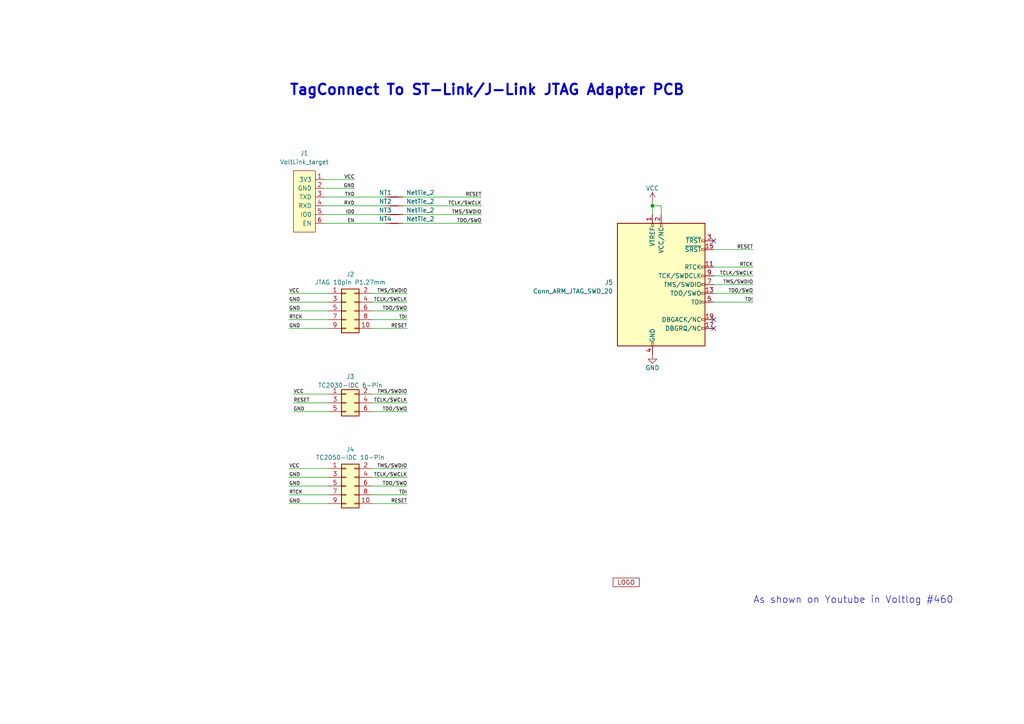
<source format=kicad_sch>
(kicad_sch (version 20230121) (generator eeschema)
  (paper "A4")
  (title_block (title "VoltLog TagConnect Adapter") (date "2023-10-24") (rev "revA - First Edition") (company "Voltlog") (comment 1 "License GPLv3"))
  (lib_symbols
    (symbol "Connector:Conn_ARM_JTAG_SWD_20" (pin_names (offset 1.016))
      (property "Reference" "J" (at -5.08 21.59 0))
      (property "Value" "Conn_ARM_JTAG_SWD_20" (at -5.08 19.05 0))
      (symbol "Conn_ARM_JTAG_SWD_20_0_1"
        (rectangle (start -12.7 17.78) (end 12.7 -17.78) (stroke (width 0.254)) (fill (type background)))
        (rectangle (start -2.794 -17.78) (end -2.286 -16.764))
        (rectangle (start -2.794 17.78) (end -2.286 16.764))
        (rectangle (start -0.254 17.78) (end 0.254 16.764))
        (rectangle (start 11.684 2.286) (end 12.7 2.794))
        (rectangle (start 12.7 -12.446) (end 11.684 -12.954))
        (rectangle (start 12.7 -9.906) (end 11.684 -10.414))
        (rectangle (start 12.7 -2.794) (end 11.684 -2.286))
        (rectangle (start 12.7 -0.254) (end 11.684 0.254))
        (rectangle (start 12.7 4.826) (end 11.684 5.334))
        (rectangle (start 12.7 10.414) (end 11.684 9.906))
        (rectangle (start 12.7 12.954) (end 11.684 12.446))
      )
      (symbol "Conn_ARM_JTAG_SWD_20_1_1"
        (rectangle (start 11.684 -5.334) (end 12.7 -4.826))
        (pin power_in line (at -2.54 20.32 270) (length 2.54) (name "VTREF") (number "1"))
        (pin passive line (at -2.54 -20.32 90) (length 2.54) hide (name "GND") (number "10"))
        (pin input line (at 15.24 5.08 180) (length 2.54) (name "RTCK") (number "11"))
        (pin passive line (at -2.54 -20.32 90) (length 2.54) hide (name "GND") (number "12"))
        (pin input line (at 15.24 -2.54 180) (length 2.54) (name "TDO/SWO") (number "13"))
        (pin passive line (at -2.54 -20.32 90) (length 2.54) hide (name "GND") (number "14"))
        (pin bidirectional line (at 15.24 10.16 180) (length 2.54) (name "~{SRST}") (number "15"))
        (pin passive line (at -2.54 -20.32 90) (length 2.54) hide (name "GND") (number "16"))
        (pin output line (at 15.24 -12.7 180) (length 2.54) (name "DBGRQ/NC") (number "17"))
        (pin passive line (at -2.54 -20.32 90) (length 2.54) hide (name "GND") (number "18"))
        (pin input line (at 15.24 -10.16 180) (length 2.54) (name "DBGACK/NC") (number "19"))
        (pin power_in line (at 0 20.32 270) (length 2.54) (name "VCC/NC") (number "2"))
        (pin passive line (at -2.54 -20.32 90) (length 2.54) hide (name "GND") (number "20"))
        (pin output line (at 15.24 12.7 180) (length 2.54) (name "~{TRST}") (number "3"))
        (pin power_in line (at -2.54 -20.32 90) (length 2.54) (name "GND") (number "4"))
        (pin output line (at 15.24 -5.08 180) (length 2.54) (name "TDI") (number "5"))
        (pin passive line (at -2.54 -20.32 90) (length 2.54) hide (name "GND") (number "6"))
        (pin output line (at 15.24 0 180) (length 2.54) (name "TMS/SWDIO") (number "7"))
        (pin passive line (at -2.54 -20.32 90) (length 2.54) hide (name "GND") (number "8"))
        (pin output line (at 15.24 2.54 180) (length 2.54) (name "TCK/SWDCLK") (number "9"))
      )
    )
    (symbol "Connector_Generic:Conn_02x03_Odd_Even" (pin_names (offset 1.016) hide)
      (property "Reference" "J" (at 1.27 5.08 0))
      (property "Value" "Conn_02x03_Odd_Even" (at 1.27 -5.08 0))
      (symbol "Conn_02x03_Odd_Even_1_1"
        (rectangle (start -1.27 -2.413) (end 0 -2.667) (stroke (width 0.1524)))
        (rectangle (start -1.27 0.127) (end 0 -0.127) (stroke (width 0.1524)))
        (rectangle (start -1.27 2.667) (end 0 2.413) (stroke (width 0.1524)))
        (rectangle (start -1.27 3.81) (end 3.81 -3.81) (stroke (width 0.254)) (fill (type background)))
        (rectangle (start 3.81 -2.413) (end 2.54 -2.667) (stroke (width 0.1524)))
        (rectangle (start 3.81 0.127) (end 2.54 -0.127) (stroke (width 0.1524)))
        (rectangle (start 3.81 2.667) (end 2.54 2.413) (stroke (width 0.1524)))
        (pin passive line (at -5.08 2.54 0) (length 3.81) (name "Pin_1") (number "1"))
        (pin passive line (at 7.62 2.54 180) (length 3.81) (name "Pin_2") (number "2"))
        (pin passive line (at -5.08 0 0) (length 3.81) (name "Pin_3") (number "3"))
        (pin passive line (at 7.62 0 180) (length 3.81) (name "Pin_4") (number "4"))
        (pin passive line (at -5.08 -2.54 0) (length 3.81) (name "Pin_5") (number "5"))
        (pin passive line (at 7.62 -2.54 180) (length 3.81) (name "Pin_6") (number "6"))
      )
    )
    (symbol "Connector_Generic:Conn_02x05_Odd_Even" (pin_names (offset 1.016) hide)
      (property "Reference" "J" (at 1.27 7.62 0))
      (property "Value" "Conn_02x05_Odd_Even" (at 1.27 -7.62 0))
      (symbol "Conn_02x05_Odd_Even_1_1"
        (rectangle (start -1.27 -4.953) (end 0 -5.207) (stroke (width 0.1524)))
        (rectangle (start -1.27 -2.413) (end 0 -2.667) (stroke (width 0.1524)))
        (rectangle (start -1.27 0.127) (end 0 -0.127) (stroke (width 0.1524)))
        (rectangle (start -1.27 2.667) (end 0 2.413) (stroke (width 0.1524)))
        (rectangle (start -1.27 5.207) (end 0 4.953) (stroke (width 0.1524)))
        (rectangle (start -1.27 6.35) (end 3.81 -6.35) (stroke (width 0.254)) (fill (type background)))
        (rectangle (start 3.81 -4.953) (end 2.54 -5.207) (stroke (width 0.1524)))
        (rectangle (start 3.81 -2.413) (end 2.54 -2.667) (stroke (width 0.1524)))
        (rectangle (start 3.81 0.127) (end 2.54 -0.127) (stroke (width 0.1524)))
        (rectangle (start 3.81 2.667) (end 2.54 2.413) (stroke (width 0.1524)))
        (rectangle (start 3.81 5.207) (end 2.54 4.953) (stroke (width 0.1524)))
        (pin passive line (at -5.08 5.08 0) (length 3.81) (name "Pin_1") (number "1"))
        (pin passive line (at 7.62 -5.08 180) (length 3.81) (name "Pin_10") (number "10"))
        (pin passive line (at 7.62 5.08 180) (length 3.81) (name "Pin_2") (number "2"))
        (pin passive line (at -5.08 2.54 0) (length 3.81) (name "Pin_3") (number "3"))
        (pin passive line (at 7.62 2.54 180) (length 3.81) (name "Pin_4") (number "4"))
        (pin passive line (at -5.08 0 0) (length 3.81) (name "Pin_5") (number "5"))
        (pin passive line (at 7.62 0 180) (length 3.81) (name "Pin_6") (number "6"))
        (pin passive line (at -5.08 -2.54 0) (length 3.81) (name "Pin_7") (number "7"))
        (pin passive line (at 7.62 -2.54 180) (length 3.81) (name "Pin_8") (number "8"))
        (pin passive line (at -5.08 -5.08 0) (length 3.81) (name "Pin_9") (number "9"))
      )
    )
    (symbol "Device:NetTie_2" (pin_numbers hide) (pin_names (offset 0) hide) (in_bom no)
      (property "Reference" "NT" (at 0 1.27 0))
      (property "Value" "NetTie_2" (at 0 -1.27 0))
      (symbol "NetTie_2_0_1"
        (polyline (pts (xy -1.27 0) (xy 1.27 0)) (stroke (width 0.254)))
      )
      (symbol "NetTie_2_1_1"
        (pin passive line (at -2.54 0 0) (length 2.54) (name "1") (number "1"))
        (pin passive line (at 2.54 0 180) (length 2.54) (name "2") (number "2"))
      )
    )
    (symbol "Voltlog:VOLTLOG_LOGO" (pin_numbers hide) (pin_names (offset 0) hide) (in_bom no)
      (symbol "VOLTLOG_LOGO_0_0"
        (text "LOGO" (at 0 0 0) (effects (font (size 1.27 1.27))))
      )
      (symbol "VOLTLOG_LOGO_0_1"
        (rectangle (start -3.81 1.27) (end 3.81 -1.27))
      )
    )
    (symbol "Voltlog:VoltLink_target" (pin_names (offset 1.016))
      (property "Reference" "J" (at 0 10.16 0))
      (property "Value" "VoltLink_target" (at 0 -10.16 0))
      (symbol "VoltLink_target_0_1"
        (rectangle (start 2.54 -8.89) (end -3.81 8.89) (fill (type background)))
      )
      (symbol "VoltLink_target_1_1"
        (pin power_in line (at -6.35 6.35 0) (length 2.54) (name "3V3") (number "1"))
        (pin power_in line (at -6.35 3.81 0) (length 2.54) (name "GND") (number "2"))
        (pin bidirectional line (at -6.35 1.27 0) (length 2.54) (name "TXD") (number "3"))
        (pin bidirectional line (at -6.35 -1.27 0) (length 2.54) (name "RXD") (number "4"))
        (pin bidirectional line (at -6.35 -3.81 0) (length 2.54) (name "IO0") (number "5"))
        (pin bidirectional line (at -6.35 -6.35 0) (length 2.54) (name "EN") (number "6"))
      )
    )
    (symbol "power:GND" (power) (pin_names (offset 0))
      (property "Value" "GND" (at 0 -3.81 0))
      (symbol "GND_0_1"
        (polyline (pts (xy 0 0) (xy 0 -1.27) (xy 1.27 -1.27) (xy 0 -2.54) (xy -1.27 -1.27) (xy 0 -1.27)))
      )
      (symbol "GND_1_1"
        (pin power_in line (at 0 0 270) (length 0) hide (name "GND") (number "1"))
      )
    )
    (symbol "power:VCC" (power) (pin_names (offset 0))
      (property "Value" "VCC" (at 0 3.81 0))
      (symbol "VCC_0_1"
        (polyline (pts (xy -0.762 1.27) (xy 0 2.54)))
        (polyline (pts (xy 0 0) (xy 0 2.54)))
        (polyline (pts (xy 0 2.54) (xy 0.762 1.27)))
      )
      (symbol "VCC_1_1"
        (pin power_in line (at 0 0 90) (length 0) hide (name "VCC") (number "1"))
      )
    )
  )
  (junction (at 189.23 59.69))
  (no_connect (at 207.01 69.85))
  (no_connect (at 207.01 92.71))
  (no_connect (at 207.01 95.25))
  (wire (pts (xy 189.23 59.69) (xy 189.23 62.23)))
  (wire (pts (xy 116.84 62.23) (xy 139.7 62.23)))
  (wire (pts (xy 189.23 58.42) (xy 189.23 59.69)))
  (wire (pts (xy 118.11 138.43) (xy 107.95 138.43)))
  (wire (pts (xy 83.82 140.97) (xy 95.25 140.97)))
  (wire (pts (xy 83.82 92.71) (xy 95.25 92.71)))
  (wire (pts (xy 118.11 87.63) (xy 107.95 87.63)))
  (wire (pts (xy 116.84 64.77) (xy 139.7 64.77)))
  (wire (pts (xy 83.82 138.43) (xy 95.25 138.43)))
  (wire (pts (xy 207.01 72.39) (xy 218.44 72.39)))
  (wire (pts (xy 118.11 95.25) (xy 107.95 95.25)))
  (wire (pts (xy 116.84 59.69) (xy 139.7 59.69)))
  (wire (pts (xy 93.98 62.23) (xy 111.76 62.23)))
  (wire (pts (xy 118.11 90.17) (xy 107.95 90.17)))
  (wire (pts (xy 85.09 119.38) (xy 95.25 119.38)))
  (wire (pts (xy 83.82 85.09) (xy 95.25 85.09)))
  (wire (pts (xy 85.09 116.84) (xy 95.25 116.84)))
  (wire (pts (xy 107.95 116.84) (xy 118.11 116.84)))
  (wire (pts (xy 207.01 85.09) (xy 218.44 85.09)))
  (wire (pts (xy 116.84 57.15) (xy 139.7 57.15)))
  (wire (pts (xy 107.95 114.3) (xy 118.11 114.3)))
  (wire (pts (xy 93.98 54.61) (xy 102.87 54.61)))
  (wire (pts (xy 83.82 95.25) (xy 95.25 95.25)))
  (wire (pts (xy 207.01 77.47) (xy 218.44 77.47)))
  (wire (pts (xy 191.77 62.23) (xy 191.77 59.69)))
  (wire (pts (xy 118.11 85.09) (xy 107.95 85.09)))
  (wire (pts (xy 93.98 52.07) (xy 102.87 52.07)))
  (wire (pts (xy 191.77 59.69) (xy 189.23 59.69)))
  (wire (pts (xy 107.95 119.38) (xy 118.11 119.38)))
  (wire (pts (xy 83.82 143.51) (xy 95.25 143.51)))
  (wire (pts (xy 93.98 59.69) (xy 111.76 59.69)))
  (wire (pts (xy 118.11 140.97) (xy 107.95 140.97)))
  (wire (pts (xy 83.82 87.63) (xy 95.25 87.63)))
  (wire (pts (xy 93.98 64.77) (xy 111.76 64.77)))
  (wire (pts (xy 207.01 80.01) (xy 218.44 80.01)))
  (wire (pts (xy 118.11 146.05) (xy 107.95 146.05)))
  (wire (pts (xy 93.98 57.15) (xy 111.76 57.15)))
  (wire (pts (xy 83.82 90.17) (xy 95.25 90.17)))
  (wire (pts (xy 207.01 87.63) (xy 218.44 87.63)))
  (wire (pts (xy 118.11 92.71) (xy 107.95 92.71)))
  (wire (pts (xy 118.11 143.51) (xy 107.95 143.51)))
  (wire (pts (xy 118.11 135.89) (xy 107.95 135.89)))
  (wire (pts (xy 83.82 146.05) (xy 95.25 146.05)))
  (wire (pts (xy 83.82 135.89) (xy 95.25 135.89)))
  (wire (pts (xy 85.09 114.3) (xy 95.25 114.3)))
  (wire (pts (xy 207.01 82.55) (xy 218.44 82.55)))
  (text "As shown on Youtube in Voltlog #460" (at 218.44 175.26 0) (effects (font (size 2 2)) (justify left bottom)))
  (text "TagConnect To ST-Link/J-Link JTAG Adapter PCB" (at 83.82 27.94 0) (effects (font (size 3 3) (thickness 0.6) bold) (justify left bottom)))
  (label "GND" (at 83.82 146.05 0) (effects (font (size 1 1))))
  (label "TDO{slash}SWO" (at 118.11 90.17 180) (effects (font (size 1 1))))
  (label "TDO{slash}SWO" (at 218.44 85.09 180) (effects (font (size 1 1))))
  (label "TMS{slash}SWDIO" (at 218.44 82.55 180) (effects (font (size 1 1))))
  (label "VCC" (at 102.87 52.07 180) (effects (font (size 1 1))))
  (label "TCLK{slash}SWCLK" (at 118.11 138.43 180) (effects (font (size 1 1))))
  (label "RESET" (at 139.7 57.15 180) (effects (font (size 1 1))))
  (label "VCC" (at 85.09 114.3 0) (effects (font (size 1 1))))
  (label "TDO{slash}SWO" (at 118.11 140.97 180) (effects (font (size 1 1))))
  (label "VCC" (at 83.82 85.09 0) (effects (font (size 1 1))))
  (label "GND" (at 83.82 95.25 0) (effects (font (size 1 1))))
  (label "TDI" (at 118.11 92.71 180) (effects (font (size 1 1))))
  (label "TCLK{slash}SWCLK" (at 218.44 80.01 180) (effects (font (size 1 1))))
  (label "TCLK{slash}SWCLK" (at 139.7 59.69 180) (effects (font (size 1 1))))
  (label "TMS{slash}SWDIO" (at 139.7 62.23 180) (effects (font (size 1 1))))
  (label "RTCK" (at 83.82 92.71 0) (effects (font (size 1 1))))
  (label "TCLK{slash}SWCLK" (at 118.11 116.84 180) (effects (font (size 1 1))))
  (label "RTCK" (at 83.82 143.51 0) (effects (font (size 1 1))))
  (label "GND" (at 85.09 119.38 0) (effects (font (size 1 1))))
  (label "RESET" (at 118.11 146.05 180) (effects (font (size 1 1))))
  (label "TDI" (at 118.11 143.51 180) (effects (font (size 1 1))))
  (label "RESET" (at 218.44 72.39 180) (effects (font (size 1 1))))
  (label "GND" (at 83.82 90.17 0) (effects (font (size 1 1))))
  (label "GND" (at 83.82 140.97 0) (effects (font (size 1 1))))
  (label "IO0" (at 102.87 62.23 180) (effects (font (size 1 1))))
  (label "GND" (at 83.82 138.43 0) (effects (font (size 1 1))))
  (label "RXD" (at 102.87 59.69 180) (effects (font (size 1 1))))
  (label "TDO{slash}SWO" (at 118.11 119.38 180) (effects (font (size 1 1))))
  (label "GND" (at 83.82 87.63 0) (effects (font (size 1 1))))
  (label "RESET" (at 118.11 95.25 180) (effects (font (size 1 1))))
  (label "TXD" (at 102.87 57.15 180) (effects (font (size 1 1))))
  (label "RTCK" (at 218.44 77.47 180) (effects (font (size 1 1))))
  (label "TCLK{slash}SWCLK" (at 118.11 87.63 180) (effects (font (size 1 1))))
  (label "VCC" (at 83.82 135.89 0) (effects (font (size 1 1))))
  (label "GND" (at 102.87 54.61 180) (effects (font (size 1 1))))
  (label "TDO{slash}SWO" (at 139.7 64.77 180) (effects (font (size 1 1))))
  (label "TMS{slash}SWDIO" (at 118.11 135.89 180) (effects (font (size 1 1))))
  (label "RESET" (at 85.09 116.84 0) (effects (font (size 1 1))))
  (label "TDI" (at 218.44 87.63 180) (effects (font (size 1 1))))
  (label "TMS{slash}SWDIO" (at 118.11 114.3 180) (effects (font (size 1 1))))
  (label "EN" (at 102.87 64.77 180) (effects (font (size 1 1))))
  (label "TMS{slash}SWDIO" (at 118.11 85.09 180) (effects (font (size 1 1))))
  (symbol (lib_id "Device:NetTie_2") (at 114.3 57.15 0) (unit 1) (in_bom no)
    (property "Reference" "NT1" (at 111.76 55.88 0))
    (property "Value" "NetTie_2" (at 121.92 55.88 0))
    (property "Footprint" "NetTie:NetTie-2_SMD_Pad0.5mm" (effects hide))
  )
  (symbol (lib_id "Connector_Generic:Conn_02x05_Odd_Even") (at 100.33 140.97 0) (unit 1)
    (property "Reference" "J4" (at 101.6 130.3782 0))
    (property "Value" "TC2050-IDC 10-Pin" (at 101.6 132.6896 0))
    (property "Footprint" "Connector_IDC:IDC-Header_2x05_P2.54mm_Vertical_SMD" (effects hide))
    (property "LCSC" "C601966" (effects hide))
  )
  (symbol (lib_id "Voltlog:VoltLink_target") (at 87.63 58.42 0) (mirror y) (unit 1)
    (property "Reference" "J1" (at 88.265 44.45 0))
    (property "Value" "VoltLink_target" (at 88.265 46.99 0))
    (property "Footprint" "Voltlog:VoltLink-vertical" (effects hide))
    (property "LCSC" "C145963" (effects hide))
  )
  (symbol (lib_id "Connector:Conn_ARM_JTAG_SWD_20") (at 191.77 82.55 0) (unit 1)
    (property "Reference" "J5" (at 177.8 81.915 0) (effects (justify right)))
    (property "Value" "Conn_ARM_JTAG_SWD_20" (at 177.8 84.455 0) (effects (justify right)))
    (property "Footprint" "Connector_IDC:IDC-Header_2x20_P2.54mm_Vertical_SMD" (effects hide))
    (property "Datasheet" "http://infocenter.arm.com/help/topic/com.arm.doc.dui0499b/DUI0499B_system_design_reference.pdf" (effects hide))
    (property "LCSC" "C601970" (effects hide))
  )
  (symbol (lib_id "Connector_Generic:Conn_02x05_Odd_Even") (at 100.33 90.17 0) (unit 1)
    (property "Reference" "J2" (at 101.6 79.5782 0))
    (property "Value" "JTAG 10pin P1.27mm" (at 101.6 81.8896 0))
    (property "Footprint" "Connector_PinHeader_1.27mm:PinHeader_2x05_P1.27mm_Vertical_SMD" (effects hide))
  )
  (symbol (lib_id "Connector_Generic:Conn_02x03_Odd_Even") (at 100.33 116.84 0) (unit 1)
    (property "Reference" "J3" (at 101.6 109.22 0))
    (property "Value" "TC2030-IDC 6-Pin" (at 101.6 111.76 0))
    (property "Footprint" "Connector_IDC:IDC-Header_2x03_P2.54mm_Vertical_SMD" (effects hide))
    (property "Datasheet" "https://datasheet.lcsc.com/lcsc/2304140030_XFCN-BH254VS-6P_C492445.pdf" (effects hide))
    (property "PN" "BH254VS-6P" (effects hide))
    (property "LCSC" "C492445" (effects hide))
    (property "ALT" "C383603" (effects hide))
  )
  (symbol (lib_id "Device:NetTie_2") (at 114.3 64.77 0) (unit 1) (in_bom no)
    (property "Reference" "NT4" (at 111.76 63.5 0))
    (property "Value" "NetTie_2" (at 121.92 63.5 0))
    (property "Footprint" "NetTie:NetTie-2_SMD_Pad0.5mm" (effects hide))
  )
  (symbol (lib_id "Device:NetTie_2") (at 114.3 62.23 0) (unit 1) (in_bom no)
    (property "Reference" "NT3" (at 111.76 60.96 0))
    (property "Value" "NetTie_2" (at 121.92 60.96 0))
    (property "Footprint" "NetTie:NetTie-2_SMD_Pad0.5mm" (effects hide))
  )
  (symbol (lib_id "Voltlog:VOLTLOG_LOGO") (at 181.61 168.91 0) (unit 1) (in_bom no)
    (property "Reference" "V1" (effects hide))
    (property "Value" "VOLTLOG_LOGO" (effects hide))
    (property "Footprint" "Voltlog:voltlog_mask_3mm" (effects hide))
  )
  (symbol (lib_id "power:GND") (at 189.23 102.87 0) (unit 1)
    (property "Reference" "#PWR02" (effects hide))
    (property "Value" "GND" (at 189.23 106.68 0))
  )
  (symbol (lib_id "power:VCC") (at 189.23 58.42 0) (unit 1)
    (property "Reference" "#PWR01" (effects hide))
    (property "Value" "VCC" (at 189.23 54.61 0))
  )
  (symbol (lib_id "Device:NetTie_2") (at 114.3 59.69 0) (unit 1) (in_bom no)
    (property "Reference" "NT2" (at 111.76 58.42 0))
    (property "Value" "NetTie_2" (at 121.92 58.42 0))
    (property "Footprint" "NetTie:NetTie-2_SMD_Pad0.5mm" (effects hide))
  )
)
</source>
